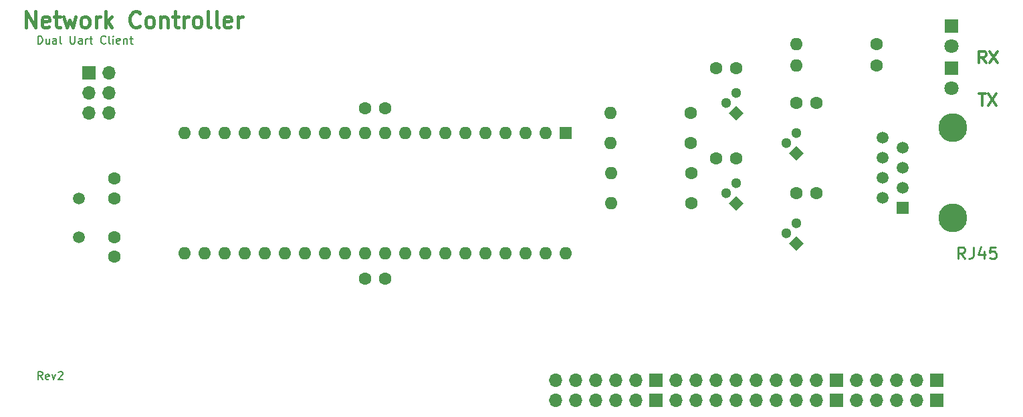
<source format=gbr>
%TF.GenerationSoftware,KiCad,Pcbnew,(5.1.10)-1*%
%TF.CreationDate,2022-08-14T17:25:08-06:00*%
%TF.ProjectId,network_card_a,6e657477-6f72-46b5-9f63-6172645f612e,rev?*%
%TF.SameCoordinates,Original*%
%TF.FileFunction,Soldermask,Top*%
%TF.FilePolarity,Negative*%
%FSLAX46Y46*%
G04 Gerber Fmt 4.6, Leading zero omitted, Abs format (unit mm)*
G04 Created by KiCad (PCBNEW (5.1.10)-1) date 2022-08-14 17:25:08*
%MOMM*%
%LPD*%
G01*
G04 APERTURE LIST*
%ADD10C,0.200000*%
%ADD11C,0.450000*%
%ADD12C,0.300000*%
%ADD13C,0.250000*%
%ADD14C,1.600000*%
%ADD15O,1.600000X1.600000*%
%ADD16C,1.800000*%
%ADD17R,1.800000X1.800000*%
%ADD18R,1.700000X1.700000*%
%ADD19O,1.700000X1.700000*%
%ADD20C,1.500000*%
%ADD21R,1.600000X1.600000*%
%ADD22C,3.650000*%
%ADD23R,1.500000X1.500000*%
%ADD24C,1.300000*%
%ADD25C,0.100000*%
G04 APERTURE END LIST*
D10*
X352793095Y-267152380D02*
X352793095Y-266152380D01*
X353031190Y-266152380D01*
X353174047Y-266200000D01*
X353269285Y-266295238D01*
X353316904Y-266390476D01*
X353364523Y-266580952D01*
X353364523Y-266723809D01*
X353316904Y-266914285D01*
X353269285Y-267009523D01*
X353174047Y-267104761D01*
X353031190Y-267152380D01*
X352793095Y-267152380D01*
X354221666Y-266485714D02*
X354221666Y-267152380D01*
X353793095Y-266485714D02*
X353793095Y-267009523D01*
X353840714Y-267104761D01*
X353935952Y-267152380D01*
X354078809Y-267152380D01*
X354174047Y-267104761D01*
X354221666Y-267057142D01*
X355126428Y-267152380D02*
X355126428Y-266628571D01*
X355078809Y-266533333D01*
X354983571Y-266485714D01*
X354793095Y-266485714D01*
X354697857Y-266533333D01*
X355126428Y-267104761D02*
X355031190Y-267152380D01*
X354793095Y-267152380D01*
X354697857Y-267104761D01*
X354650238Y-267009523D01*
X354650238Y-266914285D01*
X354697857Y-266819047D01*
X354793095Y-266771428D01*
X355031190Y-266771428D01*
X355126428Y-266723809D01*
X355745476Y-267152380D02*
X355650238Y-267104761D01*
X355602619Y-267009523D01*
X355602619Y-266152380D01*
X356888333Y-266152380D02*
X356888333Y-266961904D01*
X356935952Y-267057142D01*
X356983571Y-267104761D01*
X357078809Y-267152380D01*
X357269285Y-267152380D01*
X357364523Y-267104761D01*
X357412142Y-267057142D01*
X357459761Y-266961904D01*
X357459761Y-266152380D01*
X358364523Y-267152380D02*
X358364523Y-266628571D01*
X358316904Y-266533333D01*
X358221666Y-266485714D01*
X358031190Y-266485714D01*
X357935952Y-266533333D01*
X358364523Y-267104761D02*
X358269285Y-267152380D01*
X358031190Y-267152380D01*
X357935952Y-267104761D01*
X357888333Y-267009523D01*
X357888333Y-266914285D01*
X357935952Y-266819047D01*
X358031190Y-266771428D01*
X358269285Y-266771428D01*
X358364523Y-266723809D01*
X358840714Y-267152380D02*
X358840714Y-266485714D01*
X358840714Y-266676190D02*
X358888333Y-266580952D01*
X358935952Y-266533333D01*
X359031190Y-266485714D01*
X359126428Y-266485714D01*
X359316904Y-266485714D02*
X359697857Y-266485714D01*
X359459761Y-266152380D02*
X359459761Y-267009523D01*
X359507380Y-267104761D01*
X359602619Y-267152380D01*
X359697857Y-267152380D01*
X361364523Y-267057142D02*
X361316904Y-267104761D01*
X361174047Y-267152380D01*
X361078809Y-267152380D01*
X360935952Y-267104761D01*
X360840714Y-267009523D01*
X360793095Y-266914285D01*
X360745476Y-266723809D01*
X360745476Y-266580952D01*
X360793095Y-266390476D01*
X360840714Y-266295238D01*
X360935952Y-266200000D01*
X361078809Y-266152380D01*
X361174047Y-266152380D01*
X361316904Y-266200000D01*
X361364523Y-266247619D01*
X361935952Y-267152380D02*
X361840714Y-267104761D01*
X361793095Y-267009523D01*
X361793095Y-266152380D01*
X362316904Y-267152380D02*
X362316904Y-266485714D01*
X362316904Y-266152380D02*
X362269285Y-266200000D01*
X362316904Y-266247619D01*
X362364523Y-266200000D01*
X362316904Y-266152380D01*
X362316904Y-266247619D01*
X363174047Y-267104761D02*
X363078809Y-267152380D01*
X362888333Y-267152380D01*
X362793095Y-267104761D01*
X362745476Y-267009523D01*
X362745476Y-266628571D01*
X362793095Y-266533333D01*
X362888333Y-266485714D01*
X363078809Y-266485714D01*
X363174047Y-266533333D01*
X363221666Y-266628571D01*
X363221666Y-266723809D01*
X362745476Y-266819047D01*
X363650238Y-266485714D02*
X363650238Y-267152380D01*
X363650238Y-266580952D02*
X363697857Y-266533333D01*
X363793095Y-266485714D01*
X363935952Y-266485714D01*
X364031190Y-266533333D01*
X364078809Y-266628571D01*
X364078809Y-267152380D01*
X364412142Y-266485714D02*
X364793095Y-266485714D01*
X364555000Y-266152380D02*
X364555000Y-267009523D01*
X364602619Y-267104761D01*
X364697857Y-267152380D01*
X364793095Y-267152380D01*
D11*
X351288690Y-265064761D02*
X351288690Y-263064761D01*
X352431547Y-265064761D01*
X352431547Y-263064761D01*
X354145833Y-264969523D02*
X353955357Y-265064761D01*
X353574404Y-265064761D01*
X353383928Y-264969523D01*
X353288690Y-264779047D01*
X353288690Y-264017142D01*
X353383928Y-263826666D01*
X353574404Y-263731428D01*
X353955357Y-263731428D01*
X354145833Y-263826666D01*
X354241071Y-264017142D01*
X354241071Y-264207619D01*
X353288690Y-264398095D01*
X354812500Y-263731428D02*
X355574404Y-263731428D01*
X355098214Y-263064761D02*
X355098214Y-264779047D01*
X355193452Y-264969523D01*
X355383928Y-265064761D01*
X355574404Y-265064761D01*
X356050595Y-263731428D02*
X356431547Y-265064761D01*
X356812500Y-264112380D01*
X357193452Y-265064761D01*
X357574404Y-263731428D01*
X358622023Y-265064761D02*
X358431547Y-264969523D01*
X358336309Y-264874285D01*
X358241071Y-264683809D01*
X358241071Y-264112380D01*
X358336309Y-263921904D01*
X358431547Y-263826666D01*
X358622023Y-263731428D01*
X358907738Y-263731428D01*
X359098214Y-263826666D01*
X359193452Y-263921904D01*
X359288690Y-264112380D01*
X359288690Y-264683809D01*
X359193452Y-264874285D01*
X359098214Y-264969523D01*
X358907738Y-265064761D01*
X358622023Y-265064761D01*
X360145833Y-265064761D02*
X360145833Y-263731428D01*
X360145833Y-264112380D02*
X360241071Y-263921904D01*
X360336309Y-263826666D01*
X360526785Y-263731428D01*
X360717261Y-263731428D01*
X361383928Y-265064761D02*
X361383928Y-263064761D01*
X361574404Y-264302857D02*
X362145833Y-265064761D01*
X362145833Y-263731428D02*
X361383928Y-264493333D01*
X365669642Y-264874285D02*
X365574404Y-264969523D01*
X365288690Y-265064761D01*
X365098214Y-265064761D01*
X364812500Y-264969523D01*
X364622023Y-264779047D01*
X364526785Y-264588571D01*
X364431547Y-264207619D01*
X364431547Y-263921904D01*
X364526785Y-263540952D01*
X364622023Y-263350476D01*
X364812500Y-263160000D01*
X365098214Y-263064761D01*
X365288690Y-263064761D01*
X365574404Y-263160000D01*
X365669642Y-263255238D01*
X366812500Y-265064761D02*
X366622023Y-264969523D01*
X366526785Y-264874285D01*
X366431547Y-264683809D01*
X366431547Y-264112380D01*
X366526785Y-263921904D01*
X366622023Y-263826666D01*
X366812500Y-263731428D01*
X367098214Y-263731428D01*
X367288690Y-263826666D01*
X367383928Y-263921904D01*
X367479166Y-264112380D01*
X367479166Y-264683809D01*
X367383928Y-264874285D01*
X367288690Y-264969523D01*
X367098214Y-265064761D01*
X366812500Y-265064761D01*
X368336309Y-263731428D02*
X368336309Y-265064761D01*
X368336309Y-263921904D02*
X368431547Y-263826666D01*
X368622023Y-263731428D01*
X368907738Y-263731428D01*
X369098214Y-263826666D01*
X369193452Y-264017142D01*
X369193452Y-265064761D01*
X369860119Y-263731428D02*
X370622023Y-263731428D01*
X370145833Y-263064761D02*
X370145833Y-264779047D01*
X370241071Y-264969523D01*
X370431547Y-265064761D01*
X370622023Y-265064761D01*
X371288690Y-265064761D02*
X371288690Y-263731428D01*
X371288690Y-264112380D02*
X371383928Y-263921904D01*
X371479166Y-263826666D01*
X371669642Y-263731428D01*
X371860119Y-263731428D01*
X372812500Y-265064761D02*
X372622023Y-264969523D01*
X372526785Y-264874285D01*
X372431547Y-264683809D01*
X372431547Y-264112380D01*
X372526785Y-263921904D01*
X372622023Y-263826666D01*
X372812500Y-263731428D01*
X373098214Y-263731428D01*
X373288690Y-263826666D01*
X373383928Y-263921904D01*
X373479166Y-264112380D01*
X373479166Y-264683809D01*
X373383928Y-264874285D01*
X373288690Y-264969523D01*
X373098214Y-265064761D01*
X372812500Y-265064761D01*
X374622023Y-265064761D02*
X374431547Y-264969523D01*
X374336309Y-264779047D01*
X374336309Y-263064761D01*
X375669642Y-265064761D02*
X375479166Y-264969523D01*
X375383928Y-264779047D01*
X375383928Y-263064761D01*
X377193452Y-264969523D02*
X377002976Y-265064761D01*
X376622023Y-265064761D01*
X376431547Y-264969523D01*
X376336309Y-264779047D01*
X376336309Y-264017142D01*
X376431547Y-263826666D01*
X376622023Y-263731428D01*
X377002976Y-263731428D01*
X377193452Y-263826666D01*
X377288690Y-264017142D01*
X377288690Y-264207619D01*
X376336309Y-264398095D01*
X378145833Y-265064761D02*
X378145833Y-263731428D01*
X378145833Y-264112380D02*
X378241071Y-263921904D01*
X378336309Y-263826666D01*
X378526785Y-263731428D01*
X378717261Y-263731428D01*
D10*
X353364523Y-309697380D02*
X353031190Y-309221190D01*
X352793095Y-309697380D02*
X352793095Y-308697380D01*
X353174047Y-308697380D01*
X353269285Y-308745000D01*
X353316904Y-308792619D01*
X353364523Y-308887857D01*
X353364523Y-309030714D01*
X353316904Y-309125952D01*
X353269285Y-309173571D01*
X353174047Y-309221190D01*
X352793095Y-309221190D01*
X354174047Y-309649761D02*
X354078809Y-309697380D01*
X353888333Y-309697380D01*
X353793095Y-309649761D01*
X353745476Y-309554523D01*
X353745476Y-309173571D01*
X353793095Y-309078333D01*
X353888333Y-309030714D01*
X354078809Y-309030714D01*
X354174047Y-309078333D01*
X354221666Y-309173571D01*
X354221666Y-309268809D01*
X353745476Y-309364047D01*
X354555000Y-309030714D02*
X354793095Y-309697380D01*
X355031190Y-309030714D01*
X355364523Y-308792619D02*
X355412142Y-308745000D01*
X355507380Y-308697380D01*
X355745476Y-308697380D01*
X355840714Y-308745000D01*
X355888333Y-308792619D01*
X355935952Y-308887857D01*
X355935952Y-308983095D01*
X355888333Y-309125952D01*
X355316904Y-309697380D01*
X355935952Y-309697380D01*
%TO.C,TX*%
D12*
X471932142Y-273498571D02*
X472789285Y-273498571D01*
X472360714Y-274998571D02*
X472360714Y-273498571D01*
X473146428Y-273498571D02*
X474146428Y-274998571D01*
X474146428Y-273498571D02*
X473146428Y-274998571D01*
%TO.C,RX*%
X472825000Y-269588371D02*
X472325000Y-268874085D01*
X471967857Y-269588371D02*
X471967857Y-268088371D01*
X472539285Y-268088371D01*
X472682142Y-268159800D01*
X472753571Y-268231228D01*
X472825000Y-268374085D01*
X472825000Y-268588371D01*
X472753571Y-268731228D01*
X472682142Y-268802657D01*
X472539285Y-268874085D01*
X471967857Y-268874085D01*
X473325000Y-268088371D02*
X474325000Y-269588371D01*
X474325000Y-268088371D02*
X473325000Y-269588371D01*
%TO.C,RJ45*%
D13*
X470139745Y-294396551D02*
X469639745Y-293682265D01*
X469282602Y-294396551D02*
X469282602Y-292896551D01*
X469854031Y-292896551D01*
X469996888Y-292967980D01*
X470068317Y-293039408D01*
X470139745Y-293182265D01*
X470139745Y-293396551D01*
X470068317Y-293539408D01*
X469996888Y-293610837D01*
X469854031Y-293682265D01*
X469282602Y-293682265D01*
X471211174Y-292896551D02*
X471211174Y-293967980D01*
X471139745Y-294182265D01*
X470996888Y-294325122D01*
X470782602Y-294396551D01*
X470639745Y-294396551D01*
X472568317Y-293396551D02*
X472568317Y-294396551D01*
X472211174Y-292825122D02*
X471854031Y-293896551D01*
X472782602Y-293896551D01*
X474068317Y-292896551D02*
X473354031Y-292896551D01*
X473282602Y-293610837D01*
X473354031Y-293539408D01*
X473496888Y-293467980D01*
X473854031Y-293467980D01*
X473996888Y-293539408D01*
X474068317Y-293610837D01*
X474139745Y-293753694D01*
X474139745Y-294110837D01*
X474068317Y-294253694D01*
X473996888Y-294325122D01*
X473854031Y-294396551D01*
X473496888Y-294396551D01*
X473354031Y-294325122D01*
X473282602Y-294253694D01*
%TD*%
D14*
%TO.C,10k\u03A9*%
X435515000Y-287350200D03*
D15*
X425355000Y-287350200D03*
%TD*%
%TO.C,10k\u03A9*%
X425320460Y-279717500D03*
D14*
X435480460Y-279717500D03*
%TD*%
D15*
%TO.C,100k\u03A9*%
X425323000Y-283527500D03*
D14*
X435483000Y-283527500D03*
%TD*%
D16*
%TO.C,TX*%
X468475060Y-272770600D03*
D17*
X468475060Y-270230600D03*
%TD*%
D15*
%TO.C,4.7k\u03A9*%
X448815460Y-267157200D03*
D14*
X458975460Y-267157200D03*
%TD*%
D18*
%TO.C, *%
X359280460Y-270857980D03*
D19*
X361820460Y-270857980D03*
X359280460Y-273397980D03*
X361820460Y-273397980D03*
X359280460Y-275937980D03*
X361820460Y-275937980D03*
%TD*%
D14*
%TO.C,4.7k\u03A9*%
X458975460Y-269892780D03*
D15*
X448815460Y-269892780D03*
%TD*%
D14*
%TO.C,20pf*%
X362455460Y-284232980D03*
X362455460Y-286732980D03*
%TD*%
D20*
%TO.C, *%
X358010460Y-291632980D03*
X358010460Y-286732980D03*
%TD*%
D14*
%TO.C,20pf*%
X362455460Y-294135180D03*
X362455460Y-291635180D03*
%TD*%
%TO.C,0.1uf*%
X448815460Y-286097980D03*
X451315460Y-286097980D03*
%TD*%
%TO.C,0.1uf*%
X394205460Y-275302980D03*
X396705460Y-275302980D03*
%TD*%
%TO.C,0.1uf*%
X394205460Y-296892980D03*
X396705460Y-296892980D03*
%TD*%
D16*
%TO.C,RX*%
X468475060Y-267403580D03*
D17*
X468475060Y-264863580D03*
%TD*%
D19*
%TO.C,20pin conn.*%
X418299900Y-312326020D03*
X418299900Y-309786020D03*
X420839900Y-312326020D03*
X420839900Y-309786020D03*
X423379900Y-312326020D03*
X423379900Y-309786020D03*
X425919900Y-312326020D03*
X425919900Y-309786020D03*
X428459900Y-312326020D03*
X428459900Y-309786020D03*
D18*
X430999900Y-312326020D03*
X430999900Y-309786020D03*
D19*
X433539900Y-312326020D03*
X433539900Y-309786020D03*
X436079900Y-312326020D03*
X436079900Y-309786020D03*
X438619900Y-312326020D03*
X438619900Y-309786020D03*
X441159900Y-312326020D03*
X441159900Y-309786020D03*
X443699900Y-312326020D03*
X443699900Y-309786020D03*
X446239900Y-312326020D03*
X446239900Y-309786020D03*
X448779900Y-312326020D03*
X448779900Y-309786020D03*
X451319900Y-312326020D03*
X451319900Y-309786020D03*
D18*
X453859900Y-312326020D03*
X453859900Y-309786020D03*
D19*
X456399900Y-312326020D03*
X456399900Y-309786020D03*
X458939900Y-312326020D03*
X458939900Y-309786020D03*
X461479900Y-312326020D03*
X461479900Y-309786020D03*
X464019900Y-312326020D03*
X464019900Y-309786020D03*
D18*
X466559900Y-312326020D03*
X466559900Y-309786020D03*
%TD*%
D21*
%TO.C,atmega164*%
X419605460Y-278477980D03*
D15*
X371345460Y-293717980D03*
X417065460Y-278477980D03*
X373885460Y-293717980D03*
X414525460Y-278477980D03*
X376425460Y-293717980D03*
X411985460Y-278477980D03*
X378965460Y-293717980D03*
X409445460Y-278477980D03*
X381505460Y-293717980D03*
X406905460Y-278477980D03*
X384045460Y-293717980D03*
X404365460Y-278477980D03*
X386585460Y-293717980D03*
X401825460Y-278477980D03*
X389125460Y-293717980D03*
X399285460Y-278477980D03*
X391665460Y-293717980D03*
X396745460Y-278477980D03*
X394205460Y-293717980D03*
X394205460Y-278477980D03*
X396745460Y-293717980D03*
X391665460Y-278477980D03*
X399285460Y-293717980D03*
X389125460Y-278477980D03*
X401825460Y-293717980D03*
X386585460Y-278477980D03*
X404365460Y-293717980D03*
X384045460Y-278477980D03*
X406905460Y-293717980D03*
X381505460Y-278477980D03*
X409445460Y-293717980D03*
X378965460Y-278477980D03*
X411985460Y-293717980D03*
X376425460Y-278477980D03*
X414525460Y-293717980D03*
X373885460Y-278477980D03*
X417065460Y-293717980D03*
X371345460Y-278477980D03*
X419605460Y-293717980D03*
%TD*%
D22*
%TO.C,RJ45*%
X468627460Y-277766780D03*
X468627460Y-289196780D03*
D23*
X462277460Y-287926780D03*
D20*
X459737460Y-286656780D03*
X462277460Y-285386780D03*
X459737460Y-284116780D03*
X462277460Y-282846780D03*
X459737460Y-281576780D03*
X462277460Y-280306780D03*
X459737460Y-279036780D03*
%TD*%
D24*
%TO.C,BC547B*%
X439925460Y-274667980D03*
X441195460Y-273397980D03*
D25*
G36*
X442114699Y-275937980D02*
G01*
X441195460Y-276857219D01*
X440276221Y-275937980D01*
X441195460Y-275018741D01*
X442114699Y-275937980D01*
G37*
%TD*%
%TO.C,BC547B*%
G36*
X449734699Y-281017980D02*
G01*
X448815460Y-281937219D01*
X447896221Y-281017980D01*
X448815460Y-280098741D01*
X449734699Y-281017980D01*
G37*
D24*
X448815460Y-278477980D03*
X447545460Y-279747980D03*
%TD*%
D25*
%TO.C,BC547B*%
G36*
X449734699Y-292447980D02*
G01*
X448815460Y-293367219D01*
X447896221Y-292447980D01*
X448815460Y-291528741D01*
X449734699Y-292447980D01*
G37*
D24*
X448815460Y-289907980D03*
X447545460Y-291177980D03*
%TD*%
%TO.C,BC547B*%
X439925460Y-286097980D03*
X441195460Y-284827980D03*
D25*
G36*
X442114699Y-287367980D02*
G01*
X441195460Y-288287219D01*
X440276221Y-287367980D01*
X441195460Y-286448741D01*
X442114699Y-287367980D01*
G37*
%TD*%
D15*
%TO.C,100k\u03A9*%
X425320460Y-275920200D03*
D14*
X435480460Y-275920200D03*
%TD*%
%TO.C,0.1uf*%
X438655460Y-270222980D03*
X441155460Y-270222980D03*
%TD*%
%TO.C,0.1uf*%
X441155460Y-281652980D03*
X438655460Y-281652980D03*
%TD*%
%TO.C,0.1uf*%
X451315460Y-274667980D03*
X448815460Y-274667980D03*
%TD*%
M02*

</source>
